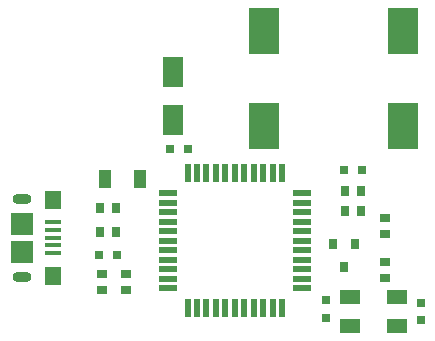
<source format=gbr>
G04 #@! TF.FileFunction,Paste,Top*
%FSLAX46Y46*%
G04 Gerber Fmt 4.6, Leading zero omitted, Abs format (unit mm)*
G04 Created by KiCad (PCBNEW 4.0.4-stable) date 03/14/17 06:36:14*
%MOMM*%
%LPD*%
G01*
G04 APERTURE LIST*
%ADD10C,0.100000*%
%ADD11R,1.800000X1.200000*%
%ADD12R,0.800000X0.750000*%
%ADD13R,0.750000X0.800000*%
%ADD14R,2.500000X4.000000*%
%ADD15R,1.348740X0.398780*%
%ADD16O,1.597660X0.899160*%
%ADD17R,1.399540X1.597660*%
%ADD18R,1.899920X1.899920*%
%ADD19R,0.797560X0.797560*%
%ADD20R,1.000000X1.600000*%
%ADD21R,0.797560X0.899160*%
%ADD22R,1.699260X2.499360*%
%ADD23R,1.500000X0.550000*%
%ADD24R,0.550000X1.500000*%
%ADD25R,0.700000X0.900000*%
%ADD26R,0.900000X0.700000*%
G04 APERTURE END LIST*
D10*
D11*
X57500000Y-46550000D03*
X53500000Y-46550000D03*
X53500000Y-48950000D03*
X57500000Y-48950000D03*
D12*
X38250000Y-34000000D03*
X39750000Y-34000000D03*
D13*
X51500000Y-48250000D03*
X51500000Y-46750000D03*
D14*
X58000000Y-32000000D03*
X58000000Y-24000000D03*
D13*
X59500000Y-48500000D03*
X59500000Y-47000000D03*
D12*
X33750000Y-43000000D03*
X32250000Y-43000000D03*
D14*
X46250000Y-32000000D03*
X46250000Y-24000000D03*
D15*
X28370000Y-40202060D03*
X28370000Y-40852300D03*
X28370000Y-41500000D03*
X28370000Y-42147700D03*
X28370000Y-42797940D03*
D16*
X25700460Y-38200540D03*
X25700460Y-44799460D03*
D17*
X28370000Y-38302140D03*
X28370000Y-44697860D03*
D18*
X25695380Y-40301120D03*
X25695380Y-42698880D03*
D19*
X54499300Y-35750000D03*
X53000700Y-35750000D03*
D20*
X35750000Y-36500000D03*
X32750000Y-36500000D03*
D21*
X53949960Y-42001780D03*
X52050040Y-42001780D03*
X53000000Y-43998220D03*
D22*
X38500000Y-31498980D03*
X38500000Y-27501020D03*
D23*
X38050000Y-37750000D03*
X38050000Y-38550000D03*
X38050000Y-39350000D03*
X38050000Y-40150000D03*
X38050000Y-40950000D03*
X38050000Y-41750000D03*
X38050000Y-42550000D03*
X38050000Y-43350000D03*
X38050000Y-44150000D03*
X38050000Y-44950000D03*
X38050000Y-45750000D03*
D24*
X39750000Y-47450000D03*
X40550000Y-47450000D03*
X41350000Y-47450000D03*
X42150000Y-47450000D03*
X42950000Y-47450000D03*
X43750000Y-47450000D03*
X44550000Y-47450000D03*
X45350000Y-47450000D03*
X46150000Y-47450000D03*
X46950000Y-47450000D03*
X47750000Y-47450000D03*
D23*
X49450000Y-45750000D03*
X49450000Y-44950000D03*
X49450000Y-44150000D03*
X49450000Y-43350000D03*
X49450000Y-42550000D03*
X49450000Y-41750000D03*
X49450000Y-40950000D03*
X49450000Y-40150000D03*
X49450000Y-39350000D03*
X49450000Y-38550000D03*
X49450000Y-37750000D03*
D24*
X47750000Y-36050000D03*
X46950000Y-36050000D03*
X46150000Y-36050000D03*
X45350000Y-36050000D03*
X44550000Y-36050000D03*
X43750000Y-36050000D03*
X42950000Y-36050000D03*
X42150000Y-36050000D03*
X41350000Y-36050000D03*
X40550000Y-36050000D03*
X39750000Y-36050000D03*
D25*
X54417500Y-39250000D03*
X53082500Y-39250000D03*
D26*
X34500000Y-45917500D03*
X34500000Y-44582500D03*
D25*
X32332500Y-39000000D03*
X33667500Y-39000000D03*
X32332500Y-41000000D03*
X33667500Y-41000000D03*
X54417500Y-37500000D03*
X53082500Y-37500000D03*
D26*
X56500000Y-39832500D03*
X56500000Y-41167500D03*
X56500000Y-43582500D03*
X56500000Y-44917500D03*
X32500000Y-44582500D03*
X32500000Y-45917500D03*
M02*

</source>
